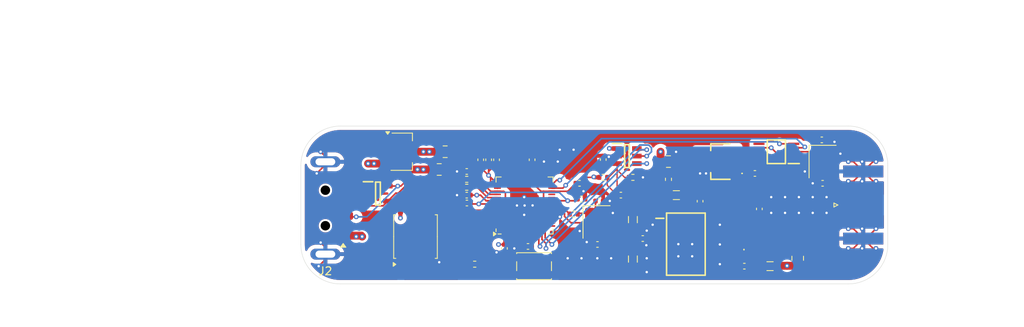
<source format=kicad_pcb>
(kicad_pcb (version 20241229) (generator "pcbnew") (generator_version "9.0")
  (layers (0 "F.Cu" signal) (4 "In1.Cu" signal) (6 "In2.Cu" signal) (2 "B.Cu" signal) (13 "F.Paste" user) (15 "B.Paste" user) (5 "F.SilkS" user "F.Silkscreen") (7 "B.SilkS" user "B.Silkscreen") (1 "F.Mask" user) (3 "B.Mask" user) (25 "Edge.Cuts" user))
  (net 0 "")
  (net 1 "GND")
  (net 2 "Net-(IC5-VIN)")
  (net 3 "Net-(C2-Pad1)")
  (net 4 "Net-(U1-XIN)")
  (net 5 "VBUS")
  (net 6 "3v3")
  (net 7 "1v1")
  (net 8 "Net-(IC1-RF_IN)")
  (net 9 "Net-(J1-In)")
  (net 10 "Net-(IC1-RF-OUT_&_DC-IN)")
  (net 11 "Net-(IC2-RF)")
  (net 12 "Net-(IC4-RF-IN)")
  (net 13 "Net-(IC3-CLK0)")
  (net 14 "Net-(IC4-RF-OUT_&_DC-IN)")
  (net 15 "Net-(IC2-LO)")
  (net 16 "Net-(IC3-XA)")
  (net 17 "Net-(IC3-XB)")
  (net 18 "Net-(C25-Pad1)")
  (net 19 "Net-(C26-Pad2)")
  (net 20 "USB_DN")
  (net 21 "USB_DP")
  (net 24 "Net-(IC2-IF)")
  (net 26 "SDA")
  (net 27 "SCL")
  (net 29 "ADC_SCLK")
  (net 30 "ADC_MISO")
  (net 31 "ADC_CS")
  (net 32 "Net-(L2-Pad2)")
  (net 33 "Net-(U1-USB_DP)")
  (net 34 "Net-(U1-USB_DM)")
  (net 35 "Net-(U1-XOUT)")
  (net 36 "Net-(R5-Pad1)")
  (net 37 "QSPI_SS")
  (net 38 "QSPI_SD2")
  (net 43 "QSPI_SD1")
  (net 45 "SWCLK")
  (net 50 "QSPI_SCLK")
  (net 59 "QSPI_SD0")
  (net 63 "QSPI_SD3")
  (net 66 "SWD")
  (footprint "Capacitor_SMD:C_0402_1005Metric" (layer "F.Cu") (at 178.5 94.5)
    (property "Reference" "C2" (hide yes))
    (property "Value" "15p")
  )
  (footprint "Capacitor_SMD:C_0402_1005Metric" (layer "F.Cu") (at 161.73 90.75 180)
    (property "Reference" "C8" (hide yes))
    (property "Value" "1u")
  )
  (footprint "Connector_USB:USB_A_Connfly_DS1098_Horizontal" (layer "F.Cu") (at 135.55 95.377 180)
    (property "Reference" "J2")
    (property "Value" "USB_A")
  )
  (footprint "Capacitor_SMD:C_0805_2012Metric" (layer "F.Cu") (at 187.25 89.5)
    (property "Reference" "C22" (hide yes))
    (property "Value" "10u")
  )
  (footprint "Capacitor_SMD:C_0402_1005Metric" (layer "F.Cu") (at 184 99.25)
    (property "Reference" "C25" (hide yes))
    (property "Value" "10n")
  )
  (footprint "Resistor_SMD:R_0402_1005Metric" (layer "F.Cu") (at 179 91.5 180)
    (property "Reference" "R1" (hide yes))
    (property "Value" "10k")
  )
  (footprint "Capacitor_SMD:C_0805_2012Metric" (layer "F.Cu") (at 158.25 90.5)
    (property "Reference" "C4" (hide yes))
    (property "Value" "10u")
  )
  (footprint "Capacitor_SMD:C_0402_1005Metric" (layer "F.Cu") (at 198.186 91 180)
    (property "Reference" "C20" (hide yes))
    (property "Value" "100n")
  )
  (footprint "Capacitor_SMD:C_0402_1005Metric" (layer "F.Cu") (at 161.73 93.75 180)
    (property "Reference" "C12" (hide yes))
    (property "Value" "100n")
  )
  (footprint "Capacitor_SMD:C_0402_1005Metric" (layer "F.Cu") (at 198.75 95.5 -90)
    (property "Reference" "C17" (hide yes))
    (property "Value" "100n")
  )
  (footprint "Crystal:Crystal_SMD_3225-4Pin_3.2x2.5mm" (layer "F.Cu") (at 206.75 89.5 -90)
    (property "Reference" "Y2" (hide yes))
    (property "Value" "Crystal_GND24")
  )
  (footprint "user_imported_devices:ADCS7476_SOT95P280X145-6N" (layer "F.Cu") (at 182 88.8)
    (property "Reference" "IC5" (hide yes))
    (property "Value" "ADCS7476AIMFX_NOPB" (hide yes))
  )
  (footprint "Capacitor_SMD:C_0402_1005Metric" (layer "F.Cu") (at 176.23 94.25)
    (property "Reference" "C7" (hide yes))
    (property "Value" "100n")
  )
  (footprint "Capacitor_SMD:C_0402_1005Metric" (layer "F.Cu") (at 191.25 94.52 90)
    (property "Reference" "C21" (hide yes))
    (property "Value" "100n")
  )
  (footprint "Capacitor_SMD:C_0402_1005Metric" (layer "F.Cu") (at 165.5 89.27 90)
    (property "Reference" "C14" (hide yes))
    (property "Value" "100n")
  )
  (footprint "user_imported_devices:ADE-11X+_SOTFL254P691X284-6N" (layer "F.Cu") (at 189.455 99.96)
    (property "Reference" "IC2" (hide yes))
    (property "Value" "ADE-11X+" (hide yes))
  )
  (footprint "Capacitor_SMD:C_0402_1005Metric" (layer "F.Cu") (at 169.48 100.25 180)
    (property "Reference" "C15" (hide yes))
    (property "Value" "100n")
  )
  (footprint "Package_SO:SOIC-8_5.3x5.3mm_P1.27mm" (layer "F.Cu") (at 155.25 99 90)
    (property "Reference" "U2" (hide yes))
    (property "Value" "W25Q128JVS")
  )
  (footprint "Resistor_SMD:R_0402_1005Metric" (layer "F.Cu") (at 187.25 91.75 90)
    (property "Reference" "R6" (hide yes))
    (property "Value" "50")
  )
  (footprint "Inductor_SMD:L_0805_2012Metric" (layer "F.Cu") (at 182.75 101.85 -90)
    (property "Reference" "L3" (hide yes))
    (property "Value" "15u")
  )
  (footprint "user_imported_devices:ESDS314BVR_SOT95P280X145-5N" (layer "F.Cu") (at 150.5 93.55)
    (property "Reference" "D1" (hide yes))
    (property "Value" "ESDS314DBVR" (hide yes))
  )
  (footprint "Package_TO_SOT_SMD:SOT-89-3" (layer "F.Cu") (at 153.5 88.25)
    (property "Reference" "U3" (hide yes))
    (property "Value" "AMS1117S-3.3")
  )
  (footprint "Resistor_SMD:R_0402_1005Metric" (layer "F.Cu") (at 182.75 91.5 180)
    (property "Reference" "R7" (hide yes))
    (property "Value" "10k")
  )
  (footprint "Capacitor_SMD:C_0402_1005Metric" (layer "F.Cu") (at 164.5 89.27 90)
    (property "Reference" "C16" (hide yes))
    (property "Value" "1u")
  )
  (footprint "user_imported_devices:SI5351_SOP50P490X110-10N" (layer "F.Cu") (at 200.9 88.25 180)
    (property "Reference" "IC3" (hide yes))
    (property "Value" "SI5351A-B-GTR" (hide yes))
  )
  (footprint "Inductor_SMD:L_0805_2012Metric" (layer "F.Cu") (at 200.1 102.75 180)
    (property "Reference" "L1" (hide yes))
    (property "Value" "220n")
  )
  (footprint "Capacitor_SMD:C_0805_2012Metric" (layer "F.Cu") (at 203.6 101.75 -90)
    (property "Reference" "C19" (hide yes))
    (property "Value" "10u")
  )
  (footprint "Resistor_SMD:R_0402_1005Metric" (layer "F.Cu") (at 161.73 91.75)
    (property "Reference" "R3" (hide yes))
    (property "Value" "27")
  )
  (footprint "Crystal:Crystal_SMD_3225-4Pin_3.2x2.5mm" (layer "F.Cu") (at 178.151 97.151 -90)
    (property "Reference" "Y1" (hide yes))
    (property "Value" "Crystal_GND24")
  )
  (footprint "Resistor_SMD:R_0402_1005Metric" (layer "F.Cu") (at 161.73 92.75 180)
    (property "Reference" "R2" (hide yes))
    (property "Value" "27")
  )
  (footprint "user_imported_devices:GALI5" (layer "F.Cu") (at 193.812 89.5 90)
    (property "Reference" "IC4" (hide yes))
    (property "Value" "GALI-84+" (hide yes))
  )
  (footprint "Capacitor_SMD:C_0402_1005Metric" (layer "F.Cu") (at 163.5 89.27 90)
    (property "Reference" "C13" (hide yes))
    (property "Value" "100n")
  )
  (footprint "user_imported_devices:PSA45043" (layer "F.Cu") (at 198 99.1)
    (property "Reference" "IC1" (hide yes))
    (property "Value" "PSA4-5043+" (hide yes))
  )
  (footprint "Inductor_SMD:L_0805_2012Metric" (layer "F.Cu") (at 182.75 96.85 -90)
    (property "Reference" "L4" (hide yes))
    (property "Value" "15u")
  )
  (footprint "Capacitor_SMD:C_0402_1005Metric" (layer "F.Cu") (at 170 89.27 90)
    (property "Reference" "C9" (hide yes))
    (property "Value" "100n")
  )
  (footprint "Capacitor_SMD:C_0402_1005Metric" (layer "F.Cu") (at 176 92.25)
    (property "Reference" "C11" (hide yes))
    (property "Value" "100n")
  )
  (footprint "Capacitor_SMD:C_0402_1005Metric" (layer "F.Cu") (at 206.75 92.25)
    (property "Reference" "C23" (hide yes))
    (property "Value" "22p")
  )
  (footprint "Inductor_SMD:L_0805_2012Metric" (layer "F.Cu") (at 188.25 93.75 180)
    (property "Reference" "L2" (hide yes))
    (property "Value" "220n")
  )
  (footprint "Capacitor_SMD:C_0402_1005Metric" (layer "F.Cu") (at 206.65 86.75)
    (property "Reference" "C24" (hide yes))
    (property "Value" "22p")
  )
  (footprint "Capacitor_SMD:C_0402_1005Metric" (layer "F.Cu") (at 179 89.25 -90)
    (property "Reference" "C1" (hide yes))
    (property "Value" "100n")
  )
  (footprint "Capacitor_SMD:C_0805_2012Metric" (layer "F.Cu") (at 159 88.25)
    (property "Reference" "C5" (hide yes))
    (property "Value" "10u")
  )
  (footprint "Capacitor_SMD:C_0402_1005Metric" (layer "F.Cu") (at 181.23 93.75)
    (property "Reference" "C26" (hide yes))
    (property "Value" "100n")
  )
  (footprint "Button_Switch_SMD:SW_SPST_PTS810" (layer "F.Cu") (at 170.25 102.75)
    (property "Reference" "SW1" (hide yes))
    (property "Value" "SW_Push")
  )
  (footprint "Package_DFN_QFN:QFN-56-1EP_7x7mm_P0.4mm_EP3.2x3.2mm" (layer "F.Cu") (at 169.05 95.0625 90)
    (property "Reference" "U1" (hide yes))
    (property "Value" "RP2040")
  )
  (footprint "Capacitor_SMD:C_0402_1005Metric" (layer "F.Cu") (at 166.5 100.5 -90)
    (property "Reference" "C10" (hide yes))
    (property "Value" "100n")
  )
  (footprint "Connector_Coaxial:SMA_Amphenol_132289_EdgeMount" (layer "F.Cu") (at 211.8875 95)
    (property "Reference" "J1" (hide yes))
    (property "Value" "Conn_Coaxial_Small")
  )
  (footprint "Capacitor_SMD:C_0402_1005Metric" (layer "F.Cu") (at 178.27 100)
    (property "Reference" "C3" (hide yes))
    (property "Value" "15p")
  )
  (footprint "Capacitor_SMD:C_0402_1005Metric" (layer "F.Cu") (at 161.75 94.75 180)
    (property "Reference" "C6" (hide yes))
    (property "Value" "100n")
  )
  (footprint "Resistor_SMD:R_0402_1005Metric" (layer "F.Cu") (at 175.26 96.151 180)
    (property "Reference" "R4" (hide yes))
    (property "Value" "1k")
  )
  (footprint "Capacitor_SMD:C_0402_1005Metric" (layer "F.Cu") (at 196.85 102.75 180)
    (property "Reference" "C18" (hide yes))
    (property "Value" "100n")
  )
  (footprint "Resistor_SMD:R_0402_1005Metric" (layer "F.Cu") (at 162.74 102.5 180)
    (property "Reference" "R5" (hide yes))
    (property "Value" "1k")
  )
  (gr_line (start 210 105) (end 145.75 105) (stroke (width 0.05)) (layer "Edge.Cuts"))
  (gr_line (start 215 90) (end 215 100) (stroke (width 0.05)) (layer "Edge.Cuts"))
  (gr_line (start 145.75 85) (end 210 85) (stroke (width 0.05)) (layer "Edge.Cuts"))
  (gr_arc (start 145.75 105) (mid 142.214466 103.535534) (end 140.75 100) (stroke (width 0.05)) (layer "Edge.Cuts"))
  (gr_arc (start 210 85) (mid 213.535534 86.464466) (end 215 90) (stroke (width 0.05)) (layer "Edge.Cuts"))
  (gr_line (start 140.75 90) (end 140.75 100) (stroke (width 0.05)) (layer "Edge.Cuts"))
  (gr_arc (start 140.75 90) (mid 142.214466 86.464466) (end 145.75 85) (stroke (width 0.05)) (layer "Edge.Cuts"))
  (gr_arc (start 215 100) (mid 213.535534 103.535534) (end 210 105) (stroke (width 0.05)) (layer "Edge.Cuts"))
  (segment (start 179.832 95.22) (end 179.001 96.051) (width 0.2) (layer "F.Cu") (net 1))
  (segment (start 204.5 90.75) (end 204.5 91.25) (width 0.2) (layer "F.Cu") (net 1))
  (segment (start 207.38 87) (end 207.13 86.75) (width 0.2) (layer "F.Cu") (net 1))
  (segment (start 206.27 90.97) (end 205.9 90.6) (width 0.2) (layer "F.Cu") (net 1))
  (segment (start 211.75 100.5) (end 211.75 99.3875) (width 0.2) (layer "F.Cu") (net 1))
  (segment (start 184.48 99.25) (end 184.48 100.070199) (width 0.2) (layer "F.Cu") (net 1))
  (segment (start 177.301 99.511) (end 177.301 98.251) (width 0.2) (layer "F.Cu") (net 1))
  (segment (start 210 92) (end 210.6375 92) (width 0.2) (layer "F.Cu") (net 1))
  (segment (start 213.5 100.5) (end 213.1375 100.5) (width 0.2) (layer "F.Cu") (net 1))
  (segment (start 157.4925 102.25) (end 157.155 102.5875) (width 0.5) (layer "F.Cu") (net 1))
  (segment (start 211.75 90.6125) (end 211.8875 90.75) (width 0.2) (layer "F.Cu") (net 1))
  (segment (start 191.25 91) (end 193.417 91) (width 0.5) (layer "F.Cu") (net 1))
  (segment (start 205.5 92.25) (end 205.5 91) (width 0.2) (layer "F.Cu") (net 1))
  (segment (start 211.75 90.8875) (end 211.8875 90.75) (width 0.2) (layer "F.Cu") (net 1))
  (segment (start 205.5 92.25) (end 206.27 92.25) (width 0.2) (layer "F.Cu") (net 1))
  (segment (start 167.75 100.5) (end 167.75 101.25) (width 0.2) (layer "F.Cu") (net 1))
  (segment (start 184.023 91.5) (end 183.26 91.5) (width 0.5) (layer "F.Cu") (net 1))
  (segment (start 161.25 94.73) (end 161.27 94.75) (width 0.2) (layer "F.Cu") (net 1))
  (segment (start 179.705 88.9) (end 180.65 88.9) (width 0.2) (layer "F.Cu") (net 1))
  (segment (start 210.6375 92) (end 211.8875 90.75) (width 0.2) (layer "F.Cu") (net 1))
  (segment (start 160.5 90.75) (end 161.25 90.75) (width 0.2) (layer "F.Cu") (net 1))
  (segment (start 197.5 88.25) (end 196.25 89.5) (width 0.2) (layer "F.Cu") (net 1))
  (segment (start 143.85 88.85) (end 143.25 88.25) (width 0.2) (layer "F.Cu") (net 1))
  (segment (start 143.85 101.227) (end 143.85 101.9) (width 0.2) (layer "F.Cu") (net 1))
  (segment (start 192 91) (end 191.25 91) (width 0.5) (layer "F.Cu") (net 1))
  (segment (start 213.5 89.5) (end 213.1375 89.5) (width 0.2) (layer "F.Cu") (net 1))
  (segment (start 167.75 100.5) (end 168.75 100.5) (width 0.2) (layer "F.Cu") (net 1))
  (segment (start 168.175 101.675) (end 172.325 101.675) (width 0.2) (layer "F.Cu") (net 1))
  (segment (start 208.88 88.5) (end 209 88.5) (width 0.2) (layer "F.Cu") (net 1))
  (segment (start 179.575 88.77) (end 179.705 88.9) (width 0.2) (layer "F.Cu") (net 1))
  (segment (start 208.25 87) (end 207.38 87) (width 0.2) (layer "F.Cu") (net 1))
  (segment (start 167.75 100.5) (end 166.98 100.5) (width 0.2) (layer "F.Cu") (net 1))
  (segment (start 143.85 101.9) (end 143 102.75) (width 0.2) (layer "F.Cu") (net 1))
  (segment (start 210.6375 98) (end 211.8875 99.25) (width 0.2) (layer "F.Cu") (net 1))
  (segment (start 193.417 91) (end 194.917 89.5) (width 0.5) (layer "F.Cu") (net 1))
  (segment (start 173.5 96.5) (end 173.0625 96.0625) (width 0.2) (layer "F.Cu") (net 1))
  (segment (start 211.75 99.3875) (end 211.8875 99.25) (width 0.2) (layer "F.Cu") (net 1))
  (segment (start 213.5 98) (end 212.25 99.25) (width 0.2) (layer "F.Cu") (net 1))
  (segment (start 178.992 94.488) (end 178.98 94.5) (width 0.2) (layer "F.Cu") (net 1))
  (segment (start 142.75 91) (end 143.85 89.9) (width 0.2) (layer "F.Cu") (net 1))
  (segment (start 179.832 94.488) (end 178.992 94.488) (width 0.2) (layer "F.Cu") (net 1))
  (segment (start 167.75 101.25) (end 168.175 101.675) (width 0.2) (layer "F.Cu") (net 1))
  (segment (start 170.05 96.0625) (end 173.0625 96.0625) (width 0.2) (layer "F.Cu") (net 1))
  (segment (start 176.5 93.25) (end 176.5 94.04) (width 0.2) (layer "F.Cu") (net 1))
  (segment (start 210 89.5) (end 210.6375 89.5) (width 0.2) (layer "F.Cu") (net 1))
  (segment (start 206.27 92.25) (end 206.27 90.97) (width 0.2) (layer "F.Cu") (net 1))
  (segment (start 161.25 93.75) (end 160.5 93.75) (width 0.2) (layer "F.Cu") (net 1))
  (segment (start 210.6375 89.5) (end 211.8875 90.75) (width 0.2) (layer "F.Cu") (net 1))
  (segment (start 188.214 88.265) (end 188.214 89.486) (width 0.2) (layer "F.Cu") (net 1))
  (segment (start 210 100.5) (end 210.6375 100.5) (width 0.2) (layer "F.Cu") (net 1))
  (segment (start 180.213 96.012) (end 179.04 96.012) (width 0.2) (layer "F.Cu") (net 1))
  (segment (start 166.5 100.98) (end 165.52 100.98) (width 0.2) (layer "F.Cu") (net 1))
  (segment (start 180.65 88.9) (end 180.75 88.8) (width 0.2) (layer "F.Cu") (net 1))
  (segment (start 208.25 87) (end 208.25 87.75) (width 0.2) (layer "F.Cu") (net 1))
  (segment (start 143.85 89.9) (end 143.85 89.527) (width 0.2) (layer "F.Cu") (net 1))
  (segment (start 177.79 100) (end 177.301 99.511) (width 0.2) (layer "F.Cu") (net 1))
  (segment (start 191.25 90.5) (end 192.25 89.5) (width 0.5) (layer "F.Cu") (net 1))
  (segment (start 208.25 87.75) (end 209 88.5) (width 0.2) (layer "F.Cu") (net 1))
  (segment (start 179 88.77) (end 179.575 88.77) (width 0.2) (layer "F.Cu") (net 1))
  (segment (start 170.425 101.675) (end 172.325 101.675) (width 0.2) (layer "F.Cu") (net 1))
  (segment (start 212.25 99.25) (end 211.8875 99.25) (width 0.2) (layer "F.Cu") (net 1))
  (segment (start 184.48 100.070199) (end 184.450798 100.099401) (width 0.2) (layer "F.Cu") (net 1))
  (segment (start 178.98 94.5) (end 178.98 96.03) (width 0.2) (layer "F.Cu") (net 1))
  (segment (start 192 89.75) (end 192.25 89.5) (width 0.2) (layer "F.Cu") (net 1))
  (segment (start 210 98) (end 210.6375 98) (width 0.2) (layer "F.Cu") (net 1))
  (segment (start 188.214 89.486) (end 188.2 89.5) (width 0.2) (layer "F.Cu") (net 1))
  (segment (start 191.25 91) (end 191.25 90.5) (width 0.5) (layer "F.Cu") (net 1))
  (segment (start 184.5 99.23) (end 184.48 99.25) (width 0.2) (layer "F.Cu") (net 1))
  (segment (start 173.0625 96.0625) (end 172.4875 96.0625) (width 0.2) (layer "F.Cu") (net 1))
  (segment (start 143.85 89.527) (end 143.85 88.85) (width 0.2) (layer "F.Cu") (net 1))
  (segment (start 143.85 101.227) (end 143.85 100.35) (width 0.2) (layer "F.Cu") (net 1))
  (segment (start 176.5 94.04) (end 176.71 94.25) (width 0.2) (layer "F.Cu") (net 1))
  (segment (start 143.85 100.35) (end 143.25 99.75) (width 0.2) (layer "F.Cu") (net 1))
  (segment (start 213.5 92) (end 213.1375 92) (width 0.2) (layer "F.Cu") (net 1))
  (segment (start 160.5 93.98) (end 161.27 94.75) (width 0.2) (layer "F.Cu") (net 1))
  (segment (start 165.52 100.98) (end 165.5 101) (width 0.2) (layer "F.Cu") (net 1))
  (segment (start 210.6375 100.5) (end 211.8875 99.25) (width 0.2) (layer "F.Cu") (net 1))
  (segment (start 158.25 102.25) (end 157.4925 102.25) (width 0.5) (layer "F.Cu") (net 1))
  (segment (start 204.5 91.25) (end 205.5 92.25) (width 0.2) (layer "F.Cu") (net 1))
  (segment (start 211.75 99.1125) (end 211.8875 99.25) (width 0.2) (layer "F.Cu") (net 1))
  (segment (start 159.45 90.75) (end 159.2 90.5) (width 0.2) (layer "F.Cu") (net 1))
  (segment (start 176.022 98.298) (end 177.254 98.298) (width 0.2) (layer "F.Cu") (net 1))
  (segment (start 161.25 93.75) (end 161.25 94.73) (width 0.2) (layer "F.Cu") (net 1))
  (segment (start 160.5 93.75) (end 160.5 93.98) (width 0.2) (layer "F.Cu") (net 1))
  (segment (start 211.75 92) (end 211.75 90.8875) (width 0.2) (layer "F.Cu") (net 1))
  (segment (start 196.25 89.5) (end 194.917 89.5) (width 0.2) (layer "F.Cu") (net 1))
  (segment (start 177.095 99.511) (end 176.911 99.695) (width 0.2) (layer "F.Cu") (net 1))
  (segment (start 211.75 98) (end 211.75 99.1125) (width 0.2) (layer "F.Cu") (net 1))
  (segment (start 177.254 98.298) (end 177.301 98.251) (width 0.2) (layer "F.Cu") (net 1))
  (segment (start 208.25 87.75) (end 207.6 88.4) (width 0.2) (layer "F.Cu") (net 1))
  (segment (start 160.5 90.75) (end 159.45 90.75) (width 0.2) (layer "F.Cu") (net 1))
  (segment (start 207.13 86.75) (end 208.88 88.5) (width 0.2) (layer "F.Cu") (net 1))
  (segment (start 192 91) (end 192 89.75) (width 0.5) (layer "F.Cu") (net 1))
  (segment (start 209 88.5) (end 207.7 88.5) (width 0.2) (layer "F.Cu") (net 1))
  (segment (start 205.9 90.6) (end 204.65 90.6) (width 0.2) (layer "F.Cu") (net 1))
  (segment (start 207.7 88.5) (end 207.6 88.4) (width 0.2) (layer "F.Cu") (net 1))
  (segment (start 213.1375 89.5) (end 211.8875 90.75) (width 0.2) (layer "F.Cu") (net 1))
  (segment (start 211.75 89.5) (end 211.75 90.6125) (width 0.2) (layer "F.Cu") (net 1))
  (segment (start 178.98 96.03) (end 179.001 96.051) (width 0.2) (layer "F.Cu") (net 1))
  (segment (start 204.65 90.6) (end 204.5 90.75) (width 0.2) (layer "F.Cu") (net 1))
  (segment (start 169 100.25) (end 170.425 101.675) (width 0.2) (layer "F.Cu") (net 1))
  (segment (start 184.5 98.25) (end 184.5 99.23) (width 0.2) (layer "F.Cu") (net 1))
  (segment (start 213.1375 100.5) (end 211.8875 99.25) (width 0.2) (layer "F.Cu") (net 1))
  (segment (start 204.77 90.75) (end 206.27 92.25) (width 0.2) (layer "F.Cu") (net 1))
  (segment (start 179.04 96.012) (end 179.001 96.051) (width 0.2) (layer "F.Cu") (net 1))
  (segment (start 179.832 94.488) (end 179.832 95.22) (width 0.2) (layer "F.Cu") (net 1))
  (segment (start 168.75 100.5) (end 169 100.25) (width 0.2) (layer "F.Cu") (net 1))
  (segment (start 177.301 99.511) (end 177.095 99.511) (width 0.2) (layer "F.Cu") (net 1))
  (segment (start 205.5 91) (end 205.9 90.6) (width 0.2) (layer "F.Cu") (net 1))
  (segment (start 166.98 100.5) (end 166.5 100.98) (width 0.2) (layer "F.Cu") (net 1))
  (segment (start 198.7 88.25) (end 197.5 88.25) (width 0.2) (layer "F.Cu") (net 1))
  (segment (start 213.1375 92) (end 211.8875 90.75) (width 0.2) (layer "F.Cu") (net 1))
  (segment (start 204.5 90.75) (end 204.77 90.75) (width 0.2) (layer "F.Cu") (net 1))
  (via (at 213.5 92) (size 0.6) (drill 0.3) (layers "F.Cu" "B.Cu") (net 1))
  (via (at 188.5 101.5) (size 0.6) (drill 0.3) (layers "F.Cu" "B.Cu") (net 1))
  (via (at 143 102.75) (size 0.6) (drill 0.3) (layers "F.Cu" "B.Cu") (net 1))
  (via (at 184.5 103.5) (size 0.6) (drill 0.3) (layers "F.Cu" "B.Cu") (net 1))
  (via (at 185.25 97.5) (size 0.6) (drill 0.3) (layers "F.Cu" "B.Cu") (net 1))
  (via (at 205.5 94) (size 0.6) (drill 0.3) (layers "F.Cu" "B.Cu") (net 1))
  (via (at 193.75 102.5) (size 0.6) (drill 0.3) (layers "F.Cu" "B.Cu") (net 1))
  (via (at 158.25 102.25) (size 0.6) (drill 0.3) (layers "F.Cu" "B.Cu") (net 1))
  (via (at 193.75 97.5) (size 0.6) (drill 0.3) (layers "F.Cu" "B.Cu") (net 1))
  (via (at 205.5 92.25) (size 0.6) (drill 0.3) (layers "F.Cu" "B.Cu") (net 1))
  (via (at 173.25 89.5) (size 0.6) (drill 0.3) (layers "F.Cu" "B.Cu") (net 1))
  (via (at 210 98) (size 0.6) (drill 0.3) (layers "F.Cu" "B.Cu") (net 1))
  (via (at 210 100.5) (size 0.6) (drill 0.3) (layers "F.Cu" "B.Cu") (net 1))
  (via (at 204.5 90.75) (size 0.6) (drill 0.3) (layers "F.Cu" "B.Cu") (net 1))
  (via (at 211.75 92) (size 0.6) (drill 0.3) (layers "F.Cu" "B.Cu") (net 1))
  (via (at 210 92) (size 0.6) (drill 0.3) (layers "F.Cu" "B.Cu") (net 1))
  (via (at 191.25 91) (size 0.6) (drill 0.3) (layers "F.Cu" "B.Cu") (net 1))
  (via (at 203.75 94) (size 0.6) (drill 0.3) (layers "F.Cu" "B.Cu") (net 1))
  (via (at 169.05 95.0625) (size 0.6) (drill 0.3) (layers "F.Cu" "B.Cu") (net 1))
  (via (at 211.75 98) (size 0.6) (drill 0.3) (layers "F.Cu" "B.Cu") (net 1))
  (via (at 211.75 100.5) (size 0.6) (drill 0.3) (layers "F.Cu" "B.Cu") (net 1))
  (via (at 176.5 93.25) (size 0.6) (drill 0.3) (layers "F.Cu" "B.Cu") (net 1))
  (via (at 209 88.5) (size 0.6) (drill 0.3) (layers "F.Cu" "B.Cu") (net 1))
  (via (at 174.5 101.75) (size 0.6) (drill 0.3) (layers "F.Cu" "B.Cu") (net 1))
  (via (at 178.25 101.75) (size 0.6) (drill 0.3) (layers "F.Cu" "B.Cu") (net 1))
  (via (at 207.25 96) (size 0.6) (drill 0.3) (layers "F.Cu" "B.Cu") (net 1))
  (via (at 207.25 94) (size 0.6) (drill 0.3) (layers "F.Cu" "B.Cu") (net 1))
  (via (at 169 94) (size 0.6) (drill 0.3) (layers "F.Cu" "B.Cu") (net 1))
  (via (at 192 91) (size 0.6) (drill 0.3) (layers "F.Cu" "B.Cu") (net 1))
  (via (at 176.25 101.75) (size 0.6) (drill 0.3) (layers "F.Cu" "B.Cu") (net 1))
  (via (at 188.214 88.265) (size 0.6) (drill 0.3) (layers "F.Cu" "B.Cu") (net 1))
  (via (at 213.5 89.5) (size 0.6) (drill 0.3) (layers "F.Cu" "B.Cu") (net 1))
  (via (at 210 89.5) (size 0.6) (drill 0.3) (layers "F.Cu" "B.Cu") (net 1))
  (via (at 184.023 91.5) (size 0.6) (drill 0.3) (layers "F.Cu" "B.Cu") (net 1))
  (via (at 173.5 96.5) (size 0.6) (drill 0.3) (layers "F.Cu" "B.Cu") (net 1))
  (via (at 167.75 100.5) (size 0.6) (drill 0.3) (layers "F.Cu" "B.Cu") (net 1))
  (via (at 213.5 98) (size 0.6) (drill 0.3) (layers "F.Cu" "B.Cu") (net 1))
  (via (at 160.5 90.75) (size 0.6) (drill 0.3) (layers "F.Cu" "B.Cu") (net 1))
  (via (at 205.5 96) (size 0.6) (drill 0.3) (layers "F.Cu" "B.Cu") (net 1))
  (via (at 200.25 94) (size 0.6) (drill 0.3) (layers "F.Cu" "B.Cu") (net 1))
  (via (at 184.5 98.25) (size 0.6) (drill 0.3) (layers "F.Cu" "B.Cu") (net 1))
  (via (at 179.832 94.488) (size 0.6) (drill 0.3) (layers "F.Cu" "B.Cu") (net 1))
  (via (at 170.061359 95.053718) (size 0.6) (drill 0.3) (layers "F.Cu" "B.Cu") (net 1))
  (via (at 179.705 88.9) (size 0.6) (drill 0.3) (layers "F.Cu" "B.Cu") (net 1))
  (via (at 190.25 101.5) (size 0.6) (drill 0.3) (layers "F.Cu" "B.Cu") (net 1))
  (via (at 202 96) (size 0.6) (drill 0.3) (layers "F.Cu" "B.Cu") (net 1))
  (via (at 190.25 99.96) (size 0.6) (drill 0.3) (layers "F.Cu" "B.Cu") (net 1))
  (via (at 175.25 88) (size 0.6) (drill 0.3) (layers "F.Cu" "B.Cu") (net 1))
  (via (at 168.082454 95.06288) (size 0.6) (drill 0.3) (layers "F.Cu" "B.Cu") (net 1))
  (via (at 200.25 96) (size 0.6) (drill 0.3) (layers "F.Cu" "B.Cu") (net 1))
  (via (at 202 94) (size 0.6) (drill 0.3) (layers "F.Cu" "B.Cu") (net 1))
  (via (at 176.022 98.298) (size 0.6) (drill 0.3) (layers "F.Cu" "B.Cu") (net 1))
  (via (at 193.75 100) (size 0.6) (drill 0.3) (layers "F.Cu" "B.Cu") (net 1))
  (via (at 213.5 100.5) (size 0.6) (drill 0.3) (layers "F.Cu" "B.Cu") (net 1))
  (via (at 208.25 87) (size 0.6) (drill 0.3) (layers "F.Cu" "B.Cu") (net 1))
  (via (at 173.5 88) (size 0.6) (drill 0.3) (layers "F.Cu" "B.Cu") (net 1))
  (via (at 184.5 101.75) (size 0.6) (drill 0.3) (layers "F.Cu" "B.Cu") (net 1))
  (via (at 143.25 99.75) (size 0.6) (drill 0.3) (layers "F.Cu" "B.Cu") (net 1))
  (via (at 203.75 96) (size 0.6) (drill 0.3) (layers "F.Cu" "B.Cu") (net 1))
  (via (at 176.911 99.695) (size 0.6) (drill 0.3) (layers "F.Cu" "B.Cu") (net 1))
  (via (at 184.450798 100.099401) (size 0.6) (drill 0.3) (layers "F.Cu" "B.Cu") (net 1))
  (via (at 142.75 91) (size 0.6) (drill 0.3) (layers "F.Cu" "B.Cu") (net 1))
  (via (at 169 96.25) (size 0.6) (drill 0.3) (layers "F.Cu" "B.Cu") (net 1))
  (via (at 171.5 89.5) (size 0.6) (drill 0.3) (layers "F.Cu" "B.Cu") (net 1))
  (via (at 180.213 96.012) (size 0.6) (drill 0.3) (layers "F.Cu" "B.Cu") (net 1))
  (via (at 180 101.75) (size 0.6) (drill 0.3) (layers "F.Cu" "B.Cu") (net 1))
  (via (at 143.25 88.25) (size 0.6) (drill 0.3) (layers "F.Cu" "B.Cu") (net 1))
  (via (at 165.5 101) (size 0.6) (drill 0.3) (layers "F.Cu" "B.Cu") (net 1))
  (via (at 188.5 99.96) (size 0.6) (drill 0.3) (layers "F.Cu" "B.Cu") (net 1))
  (via (at 160.5 93.75) (size 0.6) (drill 0.3) (layers "F.Cu" "B.Cu") (net 1))
  (via (at 211.75 89.5) (size 0.6) (drill 0.3) (layers "F.Cu" "B.Cu") (net 1))
  (segment (start 180.75 93.75) (end 180.75 90.551) (width 0.155) (layer "F.Cu") (net 2))
  (segment (start 182.24 91.5) (end 182.24 92.26) (width 0.155) (layer "F.Cu") (net 2))
  (segment (start 180.75 90.551) (end 180.75 90.424) (width 0.15) (layer "F.Cu") (net 2))
  (segment (start 180.75 90.551) (end 181.699 91.5) (width 0.155) (layer "F.Cu") (net 2))
  (segment (start 180.25 89.75) (end 180.23 89.73) (width 0.155) (layer "F.Cu") (net 2))
  (segment (start 180.75 90.424) (end 179.674 91.5) (width 0.155) (layer "F.Cu") (net 2))
  (segment (start 180.75 90.424) (end 180.75 89.75) (width 0.155) (layer "F.Cu") (net 2))
  (segment (start 182.24 92.26) (end 180.75 93.75) (width 0.155) (layer "F.Cu") (net 2))
  (segment (start 179.51 92.51) (end 180.75 93.75) (width 0.155) (layer "F.Cu") (net 2))
  (segment (start 181.699 91.5) (end 182.24 91.5) (width 0.155) (layer "F.Cu") (net 2))
  (segment (start 180.75 89.75) (end 180.25 89.75) (width 0.155) (layer "F.Cu") (net 2))
  (segment (start 179.51 91.5) (end 179.51 92.51) (width 0.155) (layer "F.Cu") (net 2))
  (segment (start 180.23 89.73) (end 179 89.73) (width 0.155) (layer "F.Cu") (net 2))
  (segment (start 179.674 91.5) (end 179.51 91.5) (width 0.15) (layer "F.Cu") (net 2))
  (segment (start 177.301 96.051) (end 175.761 96.051) (width 0.2) (layer "F.Cu") (net 3))
  (segment (start 178.02 94.5) (end 178.02 95.332) (width 0.2) (layer "F.Cu") (net 3))
  (segment (start 178.02 95.332) (end 177.301 96.051) (width 0.2) (layer "F.Cu") (net 3))
  (segment (start 175.761 96.051) (end 175.661 96.151) (width 0.2) (layer "F.Cu") (net 3))
  (segment (start 178 97.25) (end 179.001 98.251) (width 0.2) (layer "F.Cu") (net 4))
  (segment (start 174.101 96.101) (end 174.101 96.44234) (width 0.2) (layer "F.Cu") (net 4))
  (segment (start 179.001 99.749) (end 178.75 100) (width 0.2) (layer "F.Cu") (net 4))
  (segment (start 172.4875 95.6625) (end 173.6625 95.6625) (width 0.2) (layer "F.Cu") (net 4))
  (segment (start 173.6625 95.6625) (end 174.101 96.101) (width 0.2) (layer "F.Cu") (net 4))
  (segment (start 174.101 96.44234) (end 174.90866 97.25) (width 0.2) (layer "F.Cu") (net 4))
  (segment (start 179.001 98.251) (end 179.001 99.749) (width 0.2) (layer "F.Cu") (net 4))
  (segment (start 174.90866 97.25) (end 178 97.25) (width 0.2) (layer "F.Cu") (net 4))
  (segment (start 201.2125 102.7) (end 201.1625 102.75) (width 0.2) (layer "F.Cu") (net 5))
  (segment (start 152.832 90.5) (end 157.3 90.5) (width 1) (layer "F.Cu") (net 5))
  (segment (start 187.25 91.24) (end 187.25 90.45) (width 0.5) (layer "F.Cu") (net 5))
  (segment (start 152.832 90.5) (end 152.781 90.551) (width 0.2) (layer "F.Cu") (net 5))
  (segment (start 152.3 90.5) (end 152.832 90.5) (width 1) (layer "F.Cu") (net 5))
  (segment (start 146.1 98.877) (end 148.377 98.877) (width 1) (layer "F.Cu") (net 5))
  (segment (start 151.55 89.75) (end 152.3 90.5) (width 1) (layer "F.Cu") (net 5))
  (segment (start 151.55 89.75) (end 152 89.75) (width 1) (layer "F.Cu") (net 5))
  (segment (start 203.6 102.7) (end 202.25 102.7) (width 1) (layer "F.Cu") (net 5))
  (segment (start 151.55 89.75) (end 149.25 89.75) (width 1) (layer "F.Cu") (net 5))
  (segment (start 202.25 102.7) (end 201.2125 102.7) (width 1) (layer "F.Cu") (net 5))
  (segment (start 146.223 99) (end 146.1 98.877) (width 1) (layer "F.Cu") (net 5))
  (segment (start 187.25 90.45) (end 186.3 89.5) (width 0.5) (layer "F.Cu") (net 5))
  (segment (start 186.25 88.25) (end 186.25 89.45) (width 1) (layer "F.Cu") (net 5))
  (segment (start 186.25 89.45) (end 186.3 89.5) (width 1) (layer "F.Cu") (net 5))
  (segment (start 148.377 98.877) (end 148.5 99) (width 1) (layer "F.Cu") (net 5))
  (via (at 156.25 90.5) (size 0.6) (drill 0.3) (layers "F.Cu" "B.Cu") (net 5))
  (via (at 150 89.75) (size 0.6) (drill 0.3) (layers "F.Cu" "B.Cu") (net 5))
  (via (at 147.75 99) (size 0.6) (drill 0.3) (layers "F.Cu" "B.Cu") (net 5))
  (via (at 186.25 88.25) (size 0.6) (drill 0.3) (layers "F.Cu" "B.Cu") (net 5))
  (via (at 148.5 99) (size 0.6) (drill 0.3) (layers "F.Cu" "B.Cu") (net 5))
  (via (at 202.25 102.7) (size 0.6) (drill 0.3) (layers "F.Cu" "B.Cu") (net 5))
  (via (at 155.5 90.5) (size 0.6) (drill 0.3) (layers "F.Cu" "B.Cu") (net 5))
  (via (at 149.25 89.75) (size 0.6) (drill 0.3) (layers "F.Cu" "B.Cu") (net 5))
  (segment (start 164.1855 94.4625) (end 163.473 93.75) (width 0.2) (layer "F.Cu") (net 6))
  (segment (start 164.75 92) (end 165.6125 92.8625) (width 0.2) (layer "F.Cu") (net 6))
  (segment (start 164.5 90.75) (end 165.5 89.75) (width 0.2) (layer "F.Cu") (net 6))
  (segment (start 166.45 97.837) (end 166.45 98.5) (width 0.2) (layer "F.Cu") (net 6))
  (segment (start 171.8375 94.8625) (end 172.4875 94.8625) (width 0.2) (layer "F.Cu") (net 6))
  (segment (start 198.7 87.75) (end 200.25 87.75) (width 0.2) (layer "F.Cu") (net 6))
  (segment (start 171.1135 93.2625) (end 170.05 92.199) (width 0.2) (layer "F.Cu") (net 6))
  (segment (start 170.05 98.5) (end 170.05 97.66) (width 0.2) (layer "F.Cu") (net 6))
  (segment (start 166.42 100) (end 166.45 99.97) (width 0.2) (layer "F.Cu") (net 6))
  (segment (start 171.831 94.869) (end 171.8375 94.8625) (width 0.2) (layer "F.Cu") (net 6))
  (segment (start 180.75 87.85) (end 179.787048 87.85) (width 0.5) (layer "F.Cu") (net 6))
  (segment (start 165.6125 94.4625) (end 165.6125 94.8625) (width 0.2) (layer "F.Cu") (net 6))
  (segment (start 165.75 100) (end 166.48 100) (width 0.2) (layer "F.Cu") (net 6))
  (segment (start 163.5 89.75) (end 164.5 89.75) (width 0.2) (layer "F.Cu") (net 6))
  (segment (start 153.345 95.4125) (end 153.345 96.655) (width 0.5) (layer "F.Cu") (net 6))
  (segment (start 164.75 91.5) (end 164.75 92) (width 0.2) (layer "F.Cu") (net 6))
  (segment (start 164.5 89.75) (end 165.5 89.75) (width 0.2) (layer "F.Cu") (net 6))
  (segment (start 165.6125 94.8625) (end 165.2125 94.4625) (width 0.2) (layer "F.Cu") (net 6))
  (segment (start 165.6125 92.4625) (end 165.6125 92.8625) (width 0.2) (layer "F.Cu") (net 6))
  (segment (start 165.5 89.75) (end 165.5 90) (width 0.2) (layer "F.Cu") (net 6))
  (segment (start 165.6125 92.4625) (end 165.6125 92.3625) (width 0.2) (layer "F.Cu") (net 6))
  (segment (start 165.75 100) (end 166.42 100) (width 0.2) (layer "F.Cu") (net 6))
  (segment (start 170.05 89.8) (end 170 89.75) (width 0.2) (layer "F.Cu") (net 6))
  (segment (start 170.05 91.625) (end 170.05 89.8) (width 0.2) (layer "F.Cu") (net 6))
  (segment (start 165.6125 94.4625) (end 164.1855 94.4625) (width 0.2) (layer "F.Cu") (net 6))
  (segment (start 170.05 99.99) (end 170 100.04) (width 0.2) (layer "F.Cu") (net 6))
  (segment (start 201.75 89.25) (end 203.1 89.25) (width 0.2) (layer "F.Cu") (net 6))
  (segment (start 175.52 92.25) (end 176.27 91.5) (width 0.2) (layer "F.Cu") (net 6))
  (segment (start 165.125 91.875) (end 164.75 91.5) (width 0.2) (layer "F.Cu") (net 6))
  (segment (start 179.787048 87.85) (end 179.767789 87.830741) (width 0.2) (layer "F.Cu") (net 6))
  (segment (start 176.27 91.5) (end 177.86 91.5) (width 0.2) (layer "F.Cu") (net 6))
  (segment (start 174.5075 93.2625) (end 175.52 92.25) (width 0.2) (layer "F.Cu") (net 6))
  (segment (start 170.05 97.66) (end 169.799 97.409) (width 0.2) (layer "F.Cu") (net 6))
  (segment (start 172.4875 93.2625) (end 174.5075 93.2625) (width 0.2) (layer "F.Cu") (net 6))
  (segment (start 171.45 93.2625) (end 171.1135 93.2625) (width 0.2) (layer "F.Cu") (net 6))
  (segment (start 165.2125 94.4625) (end 164.1855 94.4625) (width 0.2) (layer "F.Cu") (net 6))
  (segment (start 164.75 91.5) (end 163.5 90.25) (width 0.2) (layer "F.Cu") (net 6))
  (segment (start 170.05 98.5) (end 170.05 99.99) (width 0.2) (layer "F.Cu") (net 6))
  (segment (start 151.6375 88.25) (end 158.05 88.25) (width 1) (layer "F.Cu") (net 6))
  (segment (start 166.45 90.95) (end 166.45 91.625) (width 0.2) (layer "F.Cu") (net 6))
  (segment (start 163 93.75) (end 162.21 93.75) (width 0.2) (layer "F.Cu") (net 6))
  (segment (start 165.5 90) (end 166.45 90.95) (width 0.2) (layer "F.Cu") (net 6))
  (segment (start 171.45 93.2625) (end 171.45 94.488) (width 0.2) (layer "F.Cu") (net 6))
  (segment (start 165.6125 92.3625) (end 165.125 91.875) (width 0.2) (layer "F.Cu") (net 6))
  (segment (start 164.5 91.25) (end 164.5 90.75) (width 0.2) (layer "F.Cu") (net 6))
  (segment (start 164.5 91.25) (end 165.125 91.875) (width 0.2) (layer "F.Cu") (net 6))
  (segment (start 200.25 87.75) (end 201.75 89.25) (width 0.2) (layer "F.Cu") (net 6))
  (segment (start 178.49 91.5) (end 177.86 91.5) (width 0.5) (layer "F.Cu") (net 6))
  (segment (start 177.86 91.5) (end 177.8 91.44) (width 0.2) (layer "F.Cu") (net 6))
  (segment (start 171.45 94.488) (end 171.831 94.869) (width 0.2) (layer "F.Cu") (net 6))
  (segment (start 164.5 89.75) (end 164.5 91.25) (width 0.2) (layer "F.Cu") (net 6))
  (segment (start 166.48 100) (end 166.5 100.02) (width 0.2) (layer "F.Cu") (net 6))
  (segment (start 170.05 92.199) (end 170.05 91.625) (width 0.2) (layer "F.Cu") (net 6))
  (segment (start 166.878 97.409) (end 166.45 97.837) (width 0.2) (layer "F.Cu") (net 6))
  (segment (start 163.473 93.75) (end 163 93.75) (width 0.2) (layer "F.Cu") (net 6))
  (segment (start 169.799 97.409) (end 166.878 97.409) (width 0.2) (layer "F.Cu") (net 6))
  (segment (start 172.4875 93.2625) (end 171.45 93.2625) (width 0.2) (layer "F.Cu") (net 6))
  (segment (start 166.45 99.97) (end 166.45 98.5) (width 0.2) (layer "F.Cu") (net 6))
  (segment (start 163.5 90.25) (end 163.5 89.75) (width 0.2) (layer "F.Cu") (net 6))
  (via (at 165.75 100) (size 0.6) (drill 0.3) (layers "F.Cu" "B.Cu") (net 6))
  (via (at 153.345 96.655) (size 0.6) (drill 0.3) (layers "F.Cu" "B.Cu") (net 6))
  (via (at 157 88.25) (size 0.6) (drill 0.3) (layers "F.Cu" "B.Cu") (net 6))
  (via (at 179.767789 87.830741) (size 0.6) (drill 0.3) (layers "F.Cu" "B.Cu") (net 6))
  (via (at 177.8 91.44) (size 0.6) (drill 0.3) (layers "F.Cu" "B.Cu") (net 6))
  (via (at 163 93.75) (size 0.6) (drill 0.3) (layers "F.Cu" "B.Cu") (net 6))
  (via (at 200.25 87.75) (size 0.6) (drill 0.3) (layers "F.Cu" "B.Cu") (net 6))
  (via (at 164.5 91.25) (size 0.6) (drill 0.3) (layers "F.Cu" "B.Cu") (net 6))
  (via (at 156.25 88.25) (size 0.6) (drill 0.3) (layers "F.Cu" "B.Cu") (net 6))
  (segment (start 166.4145 93.2625) (end 166.624 93.472) (width 0.2) (layer "F.Cu") (net 7))
  (segment (start 163.25 94.869) (end 162.349 94.869) (width 0.2) (layer "F.Cu") (net 7))
  (segment (start 164.7625 93.2625) (end 165.6125 93.2625) (width 0.2) (layer "F.Cu") (net 7))
  (segment (start 162.349 94.869) (end 162.23 94.75) (width 0.2) (layer "F.Cu") (net 7))
  (segment (start 174.5 94.4625) (end 172.4875 94.4625) (width 0.2) (layer "F.Cu") (net 7))
  (segment (start 164.465 94.869) (end 163.25 94.869) (width 0.2) (layer "F.Cu") (net 7))
  (segment (start 166.2305 95.2625) (end 165.6125 95.2625) (width 0.2) (layer "F.Cu") (net 7))
  (segment (start 166.624 93.472) (end 166.624 94.869) (width 0.2) (layer "F.Cu") (net 7))
  (segment (start 162.25 90.75) (end 164.7625 93.2625) (width 0.2) (layer "F.Cu") (net 7))
  (segment (start 165.6125 93.2625) (end 166.4145 93.2625) (width 0.2) (layer "F.Cu") (net 7))
  (segment (start 164.8585 95.2625) (end 164.465 94.869) (width 0.2) (layer "F.Cu") (net 7))
  (segment (start 162.21 90.75) (end 162.25 90.75) (width 0.2) (layer "F.Cu") (net 7))
  (segment (start 166.624 94.869) (end 166.2305 95.2625) (width 0.2) (layer "F.Cu") (net 7))
  (segment (start 175.75 94.25) (end 175.5375 94.4625) (width 0.2) (layer "F.Cu") (net 7))
  (segment (start 175.5375 94.4625) (end 174.5 94.4625) (width 0.2) (layer "F.Cu") (net 7))
  (segment (start 165.6125 95.2625) (end 164.8585 95.2625) (width 0.2) (layer "F.Cu") (net 7))
  (via (at 174.5 94.4625) (size 0.6) (drill 0.3) (layers "F.Cu" "B.Cu") (net 7))
  (via (at 163.25 94.869) (size 0.6) (drill 0.3) (layers "F.Cu" "B.Cu") (net 7))
  (segment (start 164.72 93.399) (end 173.4365 93.399) (width 0.2) (layer "B.Cu") (net 7))
  (segment (start 173.4365 93.399) (end 174.5 94.4625) (width 0.2) (layer "B.Cu") (net 7))
  (segment (start 163.25 94.869) (end 164.72 93.399) (width 0.2) (layer "B.Cu") (net 7))
  (segment (start 198.75 97.9) (end 198.65 98) (width 0.2) (layer "F.Cu") (net 8))
  (segment (start 198.75 95.98) (end 198.75 97.9) (width 0.155) (layer "F.Cu") (net 8))
  (segment (start 211.8875 95) (end 198.77 95) (width 0.155) (layer "F.Cu") (net 9))
  (segment (start 198.77 95) (end 198.75 95.02) (width 0.2) (layer "F.Cu") (net 9))
  (segment (start 197.35 102.73) (end 197.33 102.75) (width 0.2) (layer "F.Cu") (net 10))
  (segment (start 199.0375 102.75) (end 197.33 102.75) (width 0.155) (layer "F.Cu") (net 10))
  (segment (start 197.35 100.2) (end 197.35 102.73) (width 0.155) (layer "F.Cu") (net 10))
  (segment (start 186.941 100.741) (end 186.16 99.96) (width 0.155) (layer "F.Cu") (net 11))
  (segment (start 196.37 102.75) (end 194.361 100.741) (width 0.155) (layer "F.Cu") (net 11))
  (segment (start 194.361 100.741) (end 186.941 100.741) (width 0.155) (layer "F.Cu") (net 11))
  (segment (start 197.705 90.999) (end 197.706 91) (width 0.2) (layer "F.Cu") (net 12))
  (segment (start 195.374 90.999) (end 197.705 90.999) (width 0.155) (layer "F.Cu") (net 12))
  (segment (start 198.7 89.25) (end 198.7 90.966) (width 0.155) (layer "F.Cu") (net 13))
  (segment (start 198.7 90.966) (end 198.666 91) (width 0.2) (layer "F.Cu") (net 13))
  (segment (start 191.25 94.04) (end 189.6025 94.04) (width 0.155) (layer "F.Cu") (net 14))
  (segment (start 190.734 88.001) (end 189.3125 89.4225) (width 0.155) (layer "F.Cu") (net 14))
  (segment (start 189.6025 94.04) (end 189.3125 93.75) (width 0.15) (layer "F.Cu") (net 14))
  (segment (start 195.374 88.001) (end 190.734 88.001) (width 0.155) (layer "F.Cu") (net 14))
  (segment (start 189.3125 89.4225) (end 189.3125 93.75) (width 0.155) (layer "F.Cu") (net 14))
  (segment (start 192.75 96.5) (end 191.25 95) (width 0.155) (layer "F.Cu") (net 15))
  (segment (start 192.75 97.42) (end 192.75 96.5) (width 0.155) (layer "F.Cu") (net 15))
  (segment (start 206.5 89.5) (end 207.6 90.6) (width 0.2) (layer "F.Cu") (net 16))
  (segment (start 204.95 89.5) (end 206.5 89.5) (width 0.2) (layer "F.Cu") (net 16))
  (segment (start 207.6 91.88) (end 207.23 92.25) (width 0.2) (layer "F.Cu") (net 16))
  (segment (start 204.2 88.75) (end 204.95 89.5) (width 0.2) (layer "F.Cu") (net 16))
  (segment (start 203.1 88.75) (end 204.2 88.75) (width 0.2) (layer "F.Cu") (net 16))
  (segment (start 207.6 90.6) (end 207.6 91.88) (width 0.2) (layer "F.Cu") (net 16))
  (segment (start 205.75 88.25) (end 205.9 88.4) (width 0.2) (layer "F.Cu") (net 17))
  (segment (start 203.1 88.25) (end 205.75 88.25) (width 0.2) (layer "F.Cu") (net 17))
  (segment (start 205.9 88.4) (end 205.9 87.02) (width 0.2) (layer "F.Cu") (net 17))
  (segment (start 205.9 87.02) (end 206.17 86.75) (width 0.2) (layer "F.Cu") (net 17))
  (segment (start 182.75 100.02) (end 183.52 99.25) (width 0.155) (layer "F.Cu") (net 18))
  (segment (start 182.75 100.203) (end 182.75 98.806) (width 0.155) (layer "F.Cu") (net 18))
  (segment (start 182.75 100.203) (end 182.75 100.02) (width 0.155) (layer "F.Cu") (net 18))
  (segment (start 183.194 99.25) (end 182.75 98.806) (width 0.155) (layer "F.Cu") (net 18))
  (segment (start 182.75 98.806) (end 182.75 97.9125) (width 0.155) (layer "F.Cu") (net 18))
  (segment (start 182.75 100.7875) (end 182.75 100.203) (width 0.155) (layer "F.Cu") (net 18))
  (segment (start 183.52 99.25) (end 183.194 99.25) (width 0.155) (layer "F.Cu") (net 18))
  (segment (start 182.75 94.79) (end 181.71 93.75) (width 0.155) (layer "F.Cu") (net 19))
  (segment (start 182.75 95.7875) (end 182.75 94.79) (width 0.155) (layer "F.Cu") (net 19))
  (segment (start 147.75 96.5) (end 146.223 96.5) (width 0.2) (layer "F.Cu") (net 20))
  (segment (start 151.75 92.6) (end 153 92.6) (width 0.2) (layer "F.Cu") (net 20))
  (segment (start 153.4 92.6) (end 154.25 91.75) (width 0.2) (layer "F.Cu") (net 20))
  (segment (start 154.25 91.75) (end 161.22 91.75) (width 0.2) (layer "F.Cu") (net 20))
  (segment (start 153 92.6) (end 153.4 92.6) (width 0.2) (layer "F.Cu") (net 20))
  (segment (start 161.12 91.85) (end 161.22 91.75) (width 0.2) (layer "F.Cu") (net 20))
  (segment (start 146.223 96.5) (end 146.1 96.377) (width 0.2) (layer "F.Cu") (net 20))
  (via (at 147.75 96.5) (size 0.6) (drill 0.3) (layers "F.Cu" "B.Cu") (net 20))
  (via (at 153 92.6) (size 0.6) (drill 0.3) (layers "F.Cu" "B.Cu") (net 20))
  (segment (start 147.75 96.5) (end 149.1 96.5) (width 0.2) (layer "B.Cu") (net 20))
  (segment (start 149.1 96.5) (end 153 92.6) (width 0.2) (layer "B.Cu") (net 20))
  (segment (start 146.824 95.101) (end 151.149 95.101) (width 0.2) (layer "F.Cu") (net 21))
  (segment (start 160 92.25) (end 160.5 92.75) (width 0.2) (layer "F.Cu") (net 21))
  (segment (start 152.75 93.5) (end 151.75 94.5) (width 0.2) (layer "F.Cu") (net 21))
  (segment (start 154.40855 92.15855) (end 154.5 92.25) (width 0.2) (layer "F.Cu") (net 21))
  (segment (start 146.1 94.377) (end 146.824 95.101) (width 0.2) (layer "F.Cu") (net 21))
  (segment (start 152.75 93.5) (end 153.0671 93.5) (width 0.2) (layer "F.Cu") (net 21))
  (segment (start 151.149 95.101) (end 151.75 94.5) (width 0.2) (layer "F.Cu") (net 21))
  (segment (start 160.5 92.75) (end 161.22 92.75) (width 0.2) (layer "F.Cu") (net 21))
  (segment (start 153.0671 93.5) (end 154.40855 92.15855) (width 0.2) (layer "F.Cu") (net 21))
  (segment (start 154.5 92.25) (end 160 92.25) (width 0.2) (layer "F.Cu") (net 21))
  (segment (start 186.16 102.5) (end 183.1625 102.5) (width 0.155) (layer "F.Cu") (net 24))
  (segment (start 183.1625 102.5) (end 182.75 102.9125) (width 0.155) (layer "F.Cu") (net 24))
  (segment (start 173.8875 92.8625) (end 174.25 92.5) (width 0.2) (layer "F.Cu") (net 26))
  (segment (start 172.4875 92.8625) (end 173.8875 92.8625) (width 0.2) (layer "F.Cu") (net 26))
  (segment (start 201.296 87.25) (end 201.295 87.249) (width 0.2) (layer "F.Cu") (net 26))
  (segment (start 203.1 87.25) (end 201.296 87.25) (width 0.2) (layer "F.Cu") (net 26))
  (via (at 174.25 92.5) (size 0.6) (drill 0.3) (layers "F.Cu" "B.Cu") (net 26))
  (via (at 201.295 87.249) (size 0.6) (drill 0.3) (layers "F.Cu" "B.Cu") (net 26))
  (segment (start 201.041 86.995) (end 179.755 86.995) (width 0.2) (layer "B.Cu") (net 26))
  (segment (start 179.755 86.995) (end 174.25 92.5) (width 0.2) (layer "B.Cu") (net 26))
  (segment (start 201.295 87.249) (end 201.041 86.995) (width 0.2) (layer "B.Cu") (net 26))
  (segment (start 203.1 87.75) (end 204.4 87.75) (width 0.2) (layer "F.Cu") (net 27))
  (segment (start 173.1 91.85) (end 172.4875 92.4625) (width 0.2) (layer "F.Cu") (net 27))
  (segment (start 204.4 87.75) (end 204.5 87.65) (width 0.2) (layer "F.Cu") (net 27))
  (segment (start 173.5 91.85) (end 173.1 91.85) (width 0.2) (layer "F.Cu") (net 27))
  (via (at 204.5 87.65) (size 0.6) (drill 0.3) (layers "F.Cu" "B.Cu") (net 27))
  (via (at 173.5 91.85) (size 0.6) (drill 0.3) (layers "F.Cu" "B.Cu") (net 27))
  (segment (start 204.5 87.65) (end 203.444 86.594) (width 0.2) (layer "B.Cu") (net 27))
  (segment (start 203.444 86.594) (end 178.756 86.594) (width 0.2) (layer "B.Cu") (net 27))
  (segment (start 178.756 86.594) (end 173.5 91.85) (width 0.2) (layer "B.Cu") (net 27))
  (segment (start 184.5 89.75) (end 183.25 89.75) (width 0.2) (layer "F.Cu") (net 29))
  (segment (start 171.65 99.15) (end 172.5 100) (width 0.2) (layer "F.Cu") (net 29))
  (segment (start 171.65 98.5) (end 171.65 99.15) (width 0.2) (layer "F.Cu") (net 29))
  (via (at 184.5 89.75) (size 0.6) (drill 0.3) (layers "F.Cu" "B.Cu") (net 29))
  (via (at 172.5 100) (size 0.6) (drill 0.3) (layers "F.Cu" "B.Cu") (net 29))
  (segment (start 184.5 89.75) (end 182.75 89.75) (width 0.2) (layer "B.Cu") (net 29))
  (segment (start 182.75 89.75) (end 172.5 100) (width 0.2) (layer "B.Cu") (net 29))
  (segment (start 183.25 88.8) (end 184.499997 88.8) (width 0.2) (layer "F.Cu") (net 30))
  (segment (start 184.499997 88.8) (end 184.5 88.800003) (width 0.2) (layer "F.Cu") (net 30))
  (segment (start 170.85 100.1) (end 170.85 98.5) (width 0.2) (layer "F.Cu") (net 30))
  (segment (start 171 100.25) (end 170.85 100.1) (width 0.2) (layer "F.Cu") (net 30))
  (via (at 184.5 88.800003) (size 0.6) (drill 0.3) (layers "F.Cu" "B.Cu") (net 30))
  (via (at 171 100.25) (size 0.6) (drill 0.3) (layers "F.Cu" "B.Cu") (net 30))
  (segment (start 171 100.018) (end 171 100.25) (width 0.2) (layer "B.Cu") (net 30))
  (segment (start 185.101 87.751057) (end 184.748943 87.399) (width 0.2) (layer "B.Cu") (net 30))
  (segment (start 184.748943 87.399) (end 183.619 87.399) (width 0.2) (layer "B.Cu") (net 30))
  (segment (start 183.619 87.399) (end 171 100.018) (width 0.2) (layer "B.Cu") (net 30))
  (segment (start 184.54994 88.800003) (end 185.101 88.248943) (width 0.2) (layer "B.Cu") (net 30))
  (segment (start 185.101 88.248943) (end 185.101 87.751057) (width 0.2) (layer "B.Cu") (net 30))
  (segment (start 184.5 88.800003) (end 184.54994 88.800003) (width 0.2) (layer "B.Cu") (net 30))
  (segment (start 184.5 88) (end 183.4 88) (width 0.2) (layer "F.Cu") (net 31))
  (segment (start 171.758949 100.502983) (end 171.758949 99.877575) (width 0.2) (layer "F.Cu") (net 31))
  (segment (start 171.758949 99.877575) (end 171.25 99.368626) (width 0.2) (layer "F.Cu") (net 31))
  (segment (start 171.25 99.368626) (end 171.25 98.5) (width 0.2) (layer "F.Cu") (net 31))
  (segment (start 183.4 88) (end 183.25 87.85) (width 0.2) (layer "F.Cu") (net 31))
  (via (at 184.5 88) (size 0.6) (drill 0.3) (layers "F.Cu" "B.Cu") (net 31))
  (via (at 171.758949 100.502983) (size 0.6) (drill 0.3) (layers "F.Cu" "B.Cu") (net 31))
  (segment (start 184.5 88) (end 183.650057 88) (width 0.2) (layer "B.Cu") (net 31))
  (segment (start 183.650057 88) (end 171.758949 99.891108) (width 0.2) (layer "B.Cu") (net 31))
  (segment (start 171.758949 99.891108) (end 171.758949 100.502983) (width 0.2) (layer "B.Cu") (net 31))
  (segment (start 187.1875 92.3225) (end 187.25 92.26) (width 0.15) (layer "F.Cu") (net 32))
  (segment (start 187.1875 93.75) (end 187.1875 92.3225) (width 0.15) (layer "F.Cu") (net 32))
  (segment (start 163.0489 92.75) (end 164.3614 94.0625) (width 0.2) (layer "F.Cu") (net 33))
  (segment (start 162.24 92.75) (end 163.0489 92.75) (width 0.2) (layer "F.Cu") (net 33))
  (segment (start 164.3614 94.0625) (end 165.6125 94.0625) (width 0.2) (layer "F.Cu") (net 33))
  (segment (start 162.616 91.75) (end 162.24 91.75) (width 0.2) (layer "F.Cu") (net 34))
  (segment (start 164.5285 93.6625) (end 162.616 91.75) (width 0.2) (layer "F.Cu") (net 34))
  (segment (start 165.6125 93.6625) (end 164.5285 93.6625) (width 0.2) (layer "F.Cu") (net 34))
  (segment (start 172.4875 95.2625) (end 173.8615 95.2625) (width 0.2) (layer "F.Cu") (net 35))
  (segment (start 173.8615 95.2625) (end 174.75 96.151) (width 0.2) (layer "F.Cu") (net 35))
  (segment (start 163.25 102.5) (end 166.85 102.5) (width 0.2) (layer "F.Cu") (net 36))
  (segment (start 166.85 102.5) (end 168.175 103.825) (width 0.2) (layer "F.Cu") (net 36))
  (segment (start 168.175 103.825) (end 172.325 103.825) (width 0.2) (layer "F.Cu") (net 36))
  (segment (start 162.23 102.5) (end 162.23 102.692) (width 0.2) (layer "F.Cu") (net 37))
  (segment (start 160.523 104.399) (end 153.919 104.399) (width 0.2) (layer "F.Cu") (net 37))
  (segment (start 153.345 103.815) (end 153.345 102.5875) (width 0.2) (layer "F.Cu") (net 37))
  (segment (start 162.23 102.692) (end 160.523 104.399) (width 0.2) (layer "F.Cu") (net 37))
  (segment (start 153.095 103.149999) (end 153.095 102.3375) (width 0.2) (layer "F.Cu") (net 37))
  (segment (start 162.23 101.045) (end 162.23 102.5) (width 0.2) (layer "F.Cu") (net 37))
  (segment (start 153.919 104.389) (end 153.345 103.815) (width 0.2) (layer "F.Cu") (net 37))
  (segment (start 165.6125 97.6625) (end 162.23 101.045) (width 0.2) (layer "F.Cu") (net 37))
  (segment (start 153.919 104.399) (end 153.919 104.389) (width 0.2) (layer "F.Cu") (net 37))
  (segment (start 165.6125 96.8625) (end 164.5035 96.8625) (width 0.2) (layer "F.Cu") (net 38))
  (segment (start 164.5035 96.8625) (end 164.465 96.901) (width 0.2) (layer "F.Cu") (net 38))
  (segment (start 160.759001 96.901) (end 164.465 96.901) (width 0.2) (layer "F.Cu") (net 38))
  (segment (start 155.885 102.5875) (end 155.885 101.775001) (width 0.2) (layer "F.Cu") (net 38))
  (segment (start 155.885 101.775001) (end 160.759001 96.901) (width 0.2) (layer "F.Cu") (net 38))
  (segment (start 154.5 102.4725) (end 154.365 102.3375) (width 0.2) (layer "F.Cu") (net 43))
  (segment (start 154.729 103.701) (end 154.615 103.587) (width 0.2) (layer "F.Cu") (net 43))
  (segment (start 154.615 103.587) (end 154.615 102.5875) (width 0.2) (layer "F.Cu") (net 43))
  (segment (start 164.9925 97.2625) (end 158.554 103.701) (width 0.2) (layer "F.Cu") (net 43))
  (segment (start 154.5 102.67499) (end 154.5 102.4725) (width 0.2) (layer "F.Cu") (net 43))
  (segment (start 158.554 103.701) (end 154.729 103.701) (width 0.2) (layer "F.Cu") (net 43))
  (segment (start 165.6125 97.2625) (end 164.9925 97.2625) (width 0.2) (layer "F.Cu") (net 43))
  (segment (start 154.365 102.53999) (end 154.365 102.3375) (width 0.2) (layer "F.Cu") (net 43))
  (segment (start 155.885 94.600001) (end 156.251001 94.234) (width 0.2) (layer "F.Cu") (net 50))
  (segment (start 159.24935 94.234) (end 161.07785 96.0625) (width 0.2) (layer "F.Cu") (net 50))
  (segment (start 161.07785 96.0625) (end 165.6125 96.0625) (width 0.2) (layer "F.Cu") (net 50))
  (segment (start 155.635 94.96001) (end 155.635 95.1625) (width 0.2) (layer "F.Cu") (net 50))
  (segment (start 156.251001 94.234) (end 159.24935 94.234) (width 0.2) (layer "F.Cu") (net 50))
  (segment (start 155.885 95.4125) (end 155.885 94.600001) (width 0.2) (layer "F.Cu") (net 50))
  (segment (start 164.085 96.4625) (end 164.084 96.4635) (width 0.2) (layer "F.Cu") (net 59))
  (segment (start 165.6125 96.4625) (end 164.085 96.4625) (width 0.2) (layer "F.Cu") (net 59))
  (segment (start 159.224125 94.775875) (end 160.91175 96.4635) (width 0.2) (layer "F.Cu") (net 59))
  (segment (start 157.791625 94.775875) (end 159.224125 94.775875) (width 0.2) (layer "F.Cu") (net 59))
  (segment (start 160.91175 96.4635) (end 164.084 96.4635) (width 0.2) (layer "F.Cu") (net 59))
  (segment (start 157.155 95.4125) (end 157.791625 94.775875) (width 0.2) (layer "F.Cu") (net 59))
  (segment (start 159.131 93.472) (end 156.083 93.472) (width 0.2) (layer "F.Cu") (net 63))
  (segment (start 154.615 94.94) (end 154.615 95.4125) (width 0.2) (layer "F.Cu") (net 63))
  (segment (start 159.131 93.54855) (end 159.131 93.472) (width 0.2) (layer "F.Cu") (net 63))
  (segment (start 156.083 93.472) (end 154.615 94.94) (width 0.2) (layer "F.Cu") (net 63))
  (segment (start 165.6125 95.6625) (end 161.24495 95.6625) (width 0.2) (layer "F.Cu") (net 63))
  (segment (start 161.24495 95.6625) (end 159.131 93.54855) (width 0.2) (layer "F.Cu") (net 63))
  (zone (net 1) (net_name "GND") (layers "F.Cu" "B.Cu" "In1.Cu") (connect_pads (clearance 0.5)) (min_thickness 0.25) (fill yes (thermal_gap 0.5) (thermal_bridge_width 0.5))
    (polygon (pts (xy 122.5 81.75) (xy 230.5 81.75) (xy 229.75 108.25) (xy 123 108.5)))
  )
)
</source>
